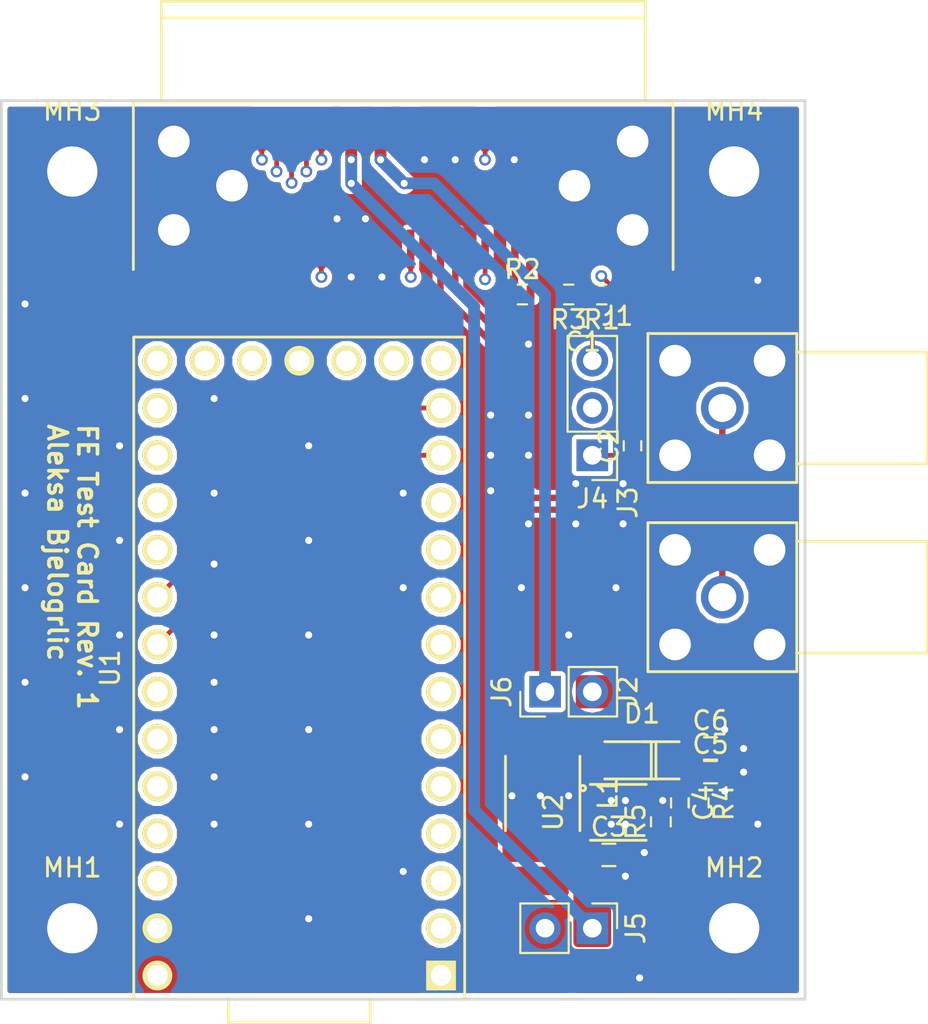
<source format=kicad_pcb>
(kicad_pcb (version 4) (host pcbnew 4.0.7)
  (layers (0 F.Cu signal) (1 In1.Cu signal hide) (2 In2.Cu signal hide) (31 B.Cu signal hide) (35 F.Paste user) (36 B.SilkS user) (37 F.SilkS user) (38 B.Mask user) (39 F.Mask user) (44 Edge.Cuts user))
  (net 0 "")
  (net 1 /AUX_VCM)
  (net 2 GND)
  (net 3 /TEENSY_DAC)
  (net 4 +5VD)
  (net 5 "Net-(C4-Pad1)")
  (net 6 "Net-(C4-Pad2)")
  (net 7 "Net-(D1-Pad2)")
  (net 8 /TRIMDAC_SCL)
  (net 9 /TRIMDAC_SDA)
  (net 10 /~PGA_CS)
  (net 11 /PGA_SDIO)
  (net 12 /PGA_SCLK)
  (net 13 /PGA_VCM)
  (net 14 /PGA_OUT-)
  (net 15 /PGA_OUT+)
  (net 16 /AUX_OUT+)
  (net 17 /AUX_OUT-)
  (net 18 +5VA)
  (net 19 +5V5)
  (net 20 /CHANNEL_EN)
  (net 21 /-20dB_EN)
  (net 22 /-40dB_EN)
  (net 23 /TERM_EN)
  (net 24 /DC_CPL_EN)
  (net 25 "Net-(J5-Pad2)")
  (module 6-WSON (layer F.Cu) (at 142.367 106.045 270)
    (fp_text reference U2 (at 0 3.5 270) (layer F.SilkS))
    (fp_text value LMR62421)
    (pad 1 smd rect (at -0.95 1.4 270) (size 0.35 0.6) (layers F.Cu F.Paste F.Mask) (net 2 GND))
    (pad 2 smd rect (at 0 1.4 270) (size 0.35 0.6) (layers F.Cu F.Paste F.Mask) (net 4 +5VD))
    (pad 3 smd rect (at 0.95 1.4 270) (size 0.35 0.6) (layers F.Cu F.Paste F.Mask) (net 4 +5VD))
    (pad 4 smd rect (at 0.95 -1.4 270) (size 0.35 0.6) (layers F.Cu F.Paste F.Mask) (net 6 "Net-(C4-Pad2)"))
    (pad 5 smd rect (at 0 -1.4 270) (size 0.35 0.6) (layers F.Cu F.Paste F.Mask) (net 2 GND))
    (pad 6 smd rect (at -0.95 -1.4 270) (size 0.35 0.6) (layers F.Cu F.Paste F.Mask) (net 7 "Net-(D1-Pad2)"))
    (pad 7 smd rect (at 0 0 270) (size 2.1 1.6) (layers F.Cu F.Mask) (net 2 GND))
  )
  (module Capacitors_SMD:C_0402 (layer F.Cu) (at 140.462 79.502 180)
    (fp_text reference C1 (at 0 -1.27 180) (layer F.SilkS))
    (fp_text value 1uF)
    (pad 1 smd rect (at -0.55 0 180) (size 0.6 0.5) (layers F.Cu F.Paste F.Mask) (net 1 /AUX_VCM))
    (pad 2 smd rect (at 0.55 0 180) (size 0.6 0.5) (layers F.Cu F.Paste F.Mask) (net 2 GND))
  )
  (module Capacitors_SMD:C_0402 (layer F.Cu) (at 143.129 86.36 90)
    (fp_text reference C2 (at 0 -1.27 90) (layer F.SilkS))
    (fp_text value 1uF)
    (pad 1 smd rect (at -0.55 0 90) (size 0.6 0.5) (layers F.Cu F.Paste F.Mask) (net 3 /TEENSY_DAC))
    (pad 2 smd rect (at 0.55 0 90) (size 0.6 0.5) (layers F.Cu F.Paste F.Mask) (net 2 GND))
  )
  (module Capacitors_SMD:C_0603 (layer F.Cu) (at 141.859 108.331)
    (fp_text reference C3 (at 0 -1.5) (layer F.SilkS))
    (fp_text value 10uF)
    (pad 2 smd rect (at 0.75 0) (size 0.8 0.75) (layers F.Cu F.Paste F.Mask) (net 2 GND))
    (pad 1 smd rect (at -0.75 0) (size 0.8 0.75) (layers F.Cu F.Paste F.Mask) (net 4 +5VD))
  )
  (module Capacitors_SMD:C_0402 (layer F.Cu) (at 145.669 105.537 270)
    (fp_text reference C4 (at 0 -1.27 270) (layer F.SilkS))
    (fp_text value 680pF)
    (pad 1 smd rect (at -0.55 0 270) (size 0.6 0.5) (layers F.Cu F.Paste F.Mask) (net 5 "Net-(C4-Pad1)"))
    (pad 2 smd rect (at 0.55 0 270) (size 0.6 0.5) (layers F.Cu F.Paste F.Mask) (net 6 "Net-(C4-Pad2)"))
  )
  (module Capacitors_SMD:C_0603 (layer F.Cu) (at 147.32 103.886)
    (fp_text reference C5 (at 0 -1.5) (layer F.SilkS))
    (fp_text value 10uF)
    (pad 2 smd rect (at 0.75 0) (size 0.8 0.75) (layers F.Cu F.Paste F.Mask) (net 2 GND))
    (pad 1 smd rect (at -0.75 0) (size 0.8 0.75) (layers F.Cu F.Paste F.Mask) (net 5 "Net-(C4-Pad1)"))
  )
  (module Capacitors_SMD:C_0603 (layer F.Cu) (at 147.32 102.616)
    (fp_text reference C6 (at 0 -1.5) (layer F.SilkS))
    (fp_text value 10uF)
    (pad 2 smd rect (at 0.75 0) (size 0.8 0.75) (layers F.Cu F.Paste F.Mask) (net 2 GND))
    (pad 1 smd rect (at -0.75 0) (size 0.8 0.75) (layers F.Cu F.Paste F.Mask) (net 5 "Net-(C4-Pad1)"))
  )
  (module DSO:SOD-123H (layer F.Cu) (at 143.637 103.251 180)
    (fp_text reference D1 (at 0 2.5 180) (layer F.SilkS))
    (fp_text value D_Schottky)
    (pad 1 smd rect (at -1.5 0 180) (size 1.3 1.8) (layers F.Cu F.Paste F.Mask) (net 5 "Net-(C4-Pad1)"))
    (pad 2 smd rect (at 1.5 0 180) (size 1.3 1.8) (layers F.Cu F.Paste F.Mask) (net 7 "Net-(D1-Pad2)"))
  )
  (module DSO:FX18-40P-0.8SH (layer F.Cu) (at 130.81 72.39)
    (fp_text reference J1 (at 11.5 7) (layer F.SilkS))
    (fp_text value FX18-40P-0.8SH)
    (pad 21 smd rect (at 7.6 -2.9) (size 0.4 2.1) (layers F.Cu F.Paste F.Mask) (net 2 GND))
    (pad SHLD thru_hole oval (at 9.2 0) (size 2.2 2.2) (drill 1.7) (layers *.Cu *.Mask) (net 2 GND))
    (pad SHLD thru_hole oval (at -9.2 0) (size 2.2 2.2) (drill 1.7) (layers *.Cu *.Mask) (net 2 GND))
    (pad SHLD thru_hole oval (at -12.325 2.375) (size 2.2 2.2) (drill 1.7) (layers *.Cu *.Mask) (net 2 GND))
    (pad SHLD thru_hole oval (at -12.325 -2.375) (size 2.2 2.2) (drill 1.7) (layers *.Cu *.Mask) (net 2 GND))
    (pad SHLD thru_hole oval (at 12.325 -2.375) (size 2.2 2.2) (drill 1.7) (layers *.Cu *.Mask) (net 2 GND))
    (pad SHLD thru_hole oval (at 12.325 2.375) (size 2.2 2.2) (drill 1.7) (layers *.Cu *.Mask) (net 2 GND))
    (pad 1 smd rect (at -7.6 3.425) (size 0.4 2.1) (layers F.Cu F.Paste F.Mask) (net 8 /TRIMDAC_SCL))
    (pad 2 smd rect (at -6.8 3.4) (size 0.4 2.1) (layers F.Cu F.Paste F.Mask) (net 9 /TRIMDAC_SDA))
    (pad 3 smd rect (at -6 3.4) (size 0.4 2.1) (layers F.Cu F.Paste F.Mask) (net 10 /~PGA_CS))
    (pad 4 smd rect (at -5.2 3.4) (size 0.4 2.1) (layers F.Cu F.Paste F.Mask) (net 11 /PGA_SDIO))
    (pad 5 smd rect (at -4.4 3.4) (size 0.4 2.1) (layers F.Cu F.Paste F.Mask) (net 12 /PGA_SCLK))
    (pad 6 smd rect (at -3.6 3.4) (size 0.4 2.1) (layers F.Cu F.Paste F.Mask) (net 2 GND))
    (pad 7 smd rect (at -2.8 3.4) (size 0.4 2.1) (layers F.Cu F.Paste F.Mask) (net 2 GND))
    (pad 8 smd rect (at -2 3.4) (size 0.4 2.1) (layers F.Cu F.Paste F.Mask) (net 2 GND))
    (pad 9 smd rect (at -1.2 3.4) (size 0.4 2.1) (layers F.Cu F.Paste F.Mask) (net 2 GND))
    (pad 10 smd rect (at -0.4 3.4) (size 0.4 2.1) (layers F.Cu F.Paste F.Mask) (net 2 GND))
    (pad 11 smd rect (at 0.4 3.4) (size 0.4 2.1) (layers F.Cu F.Paste F.Mask) (net 13 /PGA_VCM))
    (pad 12 smd rect (at 1.2 3.4) (size 0.4 2.1) (layers F.Cu F.Paste F.Mask) (net 2 GND))
    (pad 13 smd rect (at 2 3.4) (size 0.4 2.1) (layers F.Cu F.Paste F.Mask) (net 14 /PGA_OUT-))
    (pad 14 smd rect (at 2.8 3.4) (size 0.4 2.1) (layers F.Cu F.Paste F.Mask) (net 15 /PGA_OUT+))
    (pad 15 smd rect (at 3.6 3.4) (size 0.4 2.1) (layers F.Cu F.Paste F.Mask) (net 2 GND))
    (pad 16 smd rect (at 4.4 3.4) (size 0.4 2.1) (layers F.Cu F.Paste F.Mask) (net 1 /AUX_VCM))
    (pad 17 smd rect (at 5.2 3.4) (size 0.4 2.1) (layers F.Cu F.Paste F.Mask) (net 2 GND))
    (pad 18 smd rect (at 6 3.4) (size 0.4 2.1) (layers F.Cu F.Paste F.Mask) (net 16 /AUX_OUT+))
    (pad 19 smd rect (at 6.8 3.4) (size 0.4 2.1) (layers F.Cu F.Paste F.Mask) (net 17 /AUX_OUT-))
    (pad 20 smd rect (at 7.6 3.4) (size 0.4 2.1) (layers F.Cu F.Paste F.Mask) (net 2 GND))
    (pad 22 smd rect (at 6.8 -2.9) (size 0.4 2.1) (layers F.Cu F.Paste F.Mask) (net 2 GND))
    (pad 23 smd rect (at 6 -2.9) (size 0.4 2.1) (layers F.Cu F.Paste F.Mask) (net 2 GND))
    (pad 24 smd rect (at 5.2 -2.9) (size 0.4 2.1) (layers F.Cu F.Paste F.Mask) (net 2 GND))
    (pad 25 smd rect (at 4.4 -2.9) (size 0.4 2.1) (layers F.Cu F.Paste F.Mask) (net 18 +5VA))
    (pad 26 smd rect (at 3.6 -2.9) (size 0.4 2.1) (layers F.Cu F.Paste F.Mask) (net 2 GND))
    (pad 27 smd rect (at 2.8 -2.9) (size 0.4 2.1) (layers F.Cu F.Paste F.Mask) (net 2 GND))
    (pad 28 smd rect (at 2 -2.9) (size 0.4 2.1) (layers F.Cu F.Paste F.Mask) (net 2 GND))
    (pad 29 smd rect (at 1.2 -2.9) (size 0.4 2.1) (layers F.Cu F.Paste F.Mask) (net 2 GND))
    (pad 30 smd rect (at 0.4 -2.9) (size 0.4 2.1) (layers F.Cu F.Paste F.Mask))
    (pad 31 smd rect (at -0.4 -2.9) (size 0.4 2.1) (layers F.Cu F.Paste F.Mask) (net 2 GND))
    (pad 32 smd rect (at -1.2 -2.9) (size 0.4 2.1) (layers F.Cu F.Paste F.Mask) (net 19 +5V5))
    (pad 33 smd rect (at -2 -2.9) (size 0.4 2.1) (layers F.Cu F.Paste F.Mask) (net 2 GND))
    (pad 34 smd rect (at -2.8 -2.9) (size 0.4 2.1) (layers F.Cu F.Paste F.Mask) (net 4 +5VD))
    (pad 35 smd rect (at -3.6 -2.9) (size 0.4 2.1) (layers F.Cu F.Paste F.Mask) (net 2 GND))
    (pad 36 smd rect (at -4.4 -2.9) (size 0.4 2.1) (layers F.Cu F.Paste F.Mask) (net 24 /DC_CPL_EN))
    (pad 37 smd rect (at -5.2 -2.9) (size 0.4 2.1) (layers F.Cu F.Paste F.Mask) (net 23 /TERM_EN))
    (pad 38 smd rect (at -6 -2.9) (size 0.4 2.1) (layers F.Cu F.Paste F.Mask) (net 22 /-40dB_EN))
    (pad 39 smd rect (at -6.8 -2.9) (size 0.4 2.1) (layers F.Cu F.Paste F.Mask) (net 21 /-20dB_EN))
    (pad 40 smd rect (at -7.6 -2.9) (size 0.4 2.1) (layers F.Cu F.Paste F.Mask) (net 20 /CHANNEL_EN))
  )
  (module DSO:SMA (layer F.Cu) (at 147.955 94.488 270)
    (fp_text reference J2 (at 5.08 5.08 270) (layer F.SilkS))
    (fp_text value Conn_Coaxial)
    (pad 2 thru_hole circle (at -2.54 2.54 270) (size 2.6 2.6) (drill 1.7) (layers *.Cu *.Mask) (net 2 GND))
    (pad 2 thru_hole circle (at 2.54 2.54 270) (size 2.6 2.6) (drill 1.7) (layers *.Cu *.Mask) (net 2 GND))
    (pad 2 thru_hole circle (at 2.54 -2.54 270) (size 2.6 2.6) (drill 1.7) (layers *.Cu *.Mask) (net 2 GND))
    (pad 1 thru_hole circle (at 0 0 270) (size 2.3 2.3) (drill 1.5) (layers *.Cu *.Mask) (net 14 /PGA_OUT-))
    (pad 2 thru_hole circle (at -2.54 -2.54 270) (size 2.6 2.6) (drill 1.7) (layers *.Cu *.Mask) (net 2 GND))
  )
  (module DSO:SMA (layer F.Cu) (at 147.955 84.328 270)
    (fp_text reference J3 (at 5.08 5.08 270) (layer F.SilkS))
    (fp_text value Conn_Coaxial)
    (pad 2 thru_hole circle (at -2.54 2.54 270) (size 2.6 2.6) (drill 1.7) (layers *.Cu *.Mask) (net 2 GND))
    (pad 2 thru_hole circle (at 2.54 2.54 270) (size 2.6 2.6) (drill 1.7) (layers *.Cu *.Mask) (net 2 GND))
    (pad 2 thru_hole circle (at 2.54 -2.54 270) (size 2.6 2.6) (drill 1.7) (layers *.Cu *.Mask) (net 2 GND))
    (pad 1 thru_hole circle (at 0 0 270) (size 2.3 2.3) (drill 1.5) (layers *.Cu *.Mask) (net 15 /PGA_OUT+))
    (pad 2 thru_hole circle (at -2.54 -2.54 270) (size 2.6 2.6) (drill 1.7) (layers *.Cu *.Mask) (net 2 GND))
  )
  (module Pin_Headers:Pin_Header_Straight_1x03_Pitch2.54mm (layer F.Cu) (at 140.97 86.868 180)
    (fp_text reference J4 (at 0 -2.33 180) (layer F.SilkS))
    (fp_text value Conn_01x03)
    (pad 1 thru_hole rect (at 0 0 180) (size 1.7 1.7) (drill 1) (layers *.Cu *.Mask) (net 3 /TEENSY_DAC))
    (pad 2 thru_hole oval (at 0 2.54 180) (size 1.7 1.7) (drill 1) (layers *.Cu *.Mask) (net 13 /PGA_VCM))
    (pad 3 thru_hole oval (at 0 5.08 180) (size 1.7 1.7) (drill 1) (layers *.Cu *.Mask) (net 1 /AUX_VCM))
  )
  (module Pin_Headers:Pin_Header_Straight_1x02_Pitch2.54mm (layer F.Cu) (at 140.97 112.268 270)
    (fp_text reference J5 (at 0 -2.33 270) (layer F.SilkS))
    (fp_text value Conn_01x02)
    (pad 1 thru_hole rect (at 0 0 270) (size 1.7 1.7) (drill 1) (layers *.Cu *.Mask) (net 4 +5VD))
    (pad 2 thru_hole oval (at 0 2.54 270) (size 1.7 1.7) (drill 1) (layers *.Cu *.Mask) (net 25 "Net-(J5-Pad2)"))
  )
  (module Pin_Headers:Pin_Header_Straight_1x02_Pitch2.54mm (layer F.Cu) (at 138.43 99.568 90)
    (fp_text reference J6 (at 0 -2.33 90) (layer F.SilkS))
    (fp_text value Conn_01x02)
    (pad 1 thru_hole rect (at 0 0 90) (size 1.7 1.7) (drill 1) (layers *.Cu *.Mask) (net 19 +5V5))
    (pad 2 thru_hole oval (at 0 2.54 90) (size 1.7 1.7) (drill 1) (layers *.Cu *.Mask) (net 5 "Net-(C4-Pad1)"))
  )
  (module DSO:WE-LQS (layer F.Cu) (at 138.303 105.029 90)
    (fp_text reference L1 (at 0 3.5 90) (layer F.SilkS))
    (fp_text value 2.2uH)
    (pad 2 smd rect (at 1.525 0 90) (size 1.5 3.6) (layers F.Cu F.Paste F.Mask) (net 7 "Net-(D1-Pad2)"))
    (pad 1 smd rect (at -1.525 0 90) (size 1.5 3.6) (layers F.Cu F.Paste F.Mask) (net 4 +5VD))
  )
  (module Resistors_SMD:R_0402 (layer F.Cu) (at 141.478 78.232 180)
    (fp_text reference R1 (at 0 -1.35 180) (layer F.SilkS))
    (fp_text value 3k)
    (pad 1 smd rect (at -0.45 0 180) (size 0.4 0.6) (layers F.Cu F.Paste F.Mask) (net 18 +5VA))
    (pad 2 smd rect (at 0.45 0 180) (size 0.4 0.6) (layers F.Cu F.Paste F.Mask) (net 1 /AUX_VCM))
  )
  (module Resistors_SMD:R_0402 (layer F.Cu) (at 137.2108 78.232)
    (fp_text reference R2 (at 0 -1.35) (layer F.SilkS))
    (fp_text value 100)
    (pad 1 smd rect (at -0.45 0) (size 0.4 0.6) (layers F.Cu F.Paste F.Mask) (net 16 /AUX_OUT+))
    (pad 2 smd rect (at 0.45 0) (size 0.4 0.6) (layers F.Cu F.Paste F.Mask) (net 17 /AUX_OUT-))
  )
  (module Resistors_SMD:R_0402 (layer F.Cu) (at 139.7 78.232 180)
    (fp_text reference R3 (at 0 -1.35 180) (layer F.SilkS))
    (fp_text value 1k)
    (pad 1 smd rect (at -0.45 0 180) (size 0.4 0.6) (layers F.Cu F.Paste F.Mask) (net 1 /AUX_VCM))
    (pad 2 smd rect (at 0.45 0 180) (size 0.4 0.6) (layers F.Cu F.Paste F.Mask) (net 2 GND))
  )
  (module Resistors_SMD:R_0402 (layer F.Cu) (at 146.685 105.537 270)
    (fp_text reference R4 (at 0 -1.35 270) (layer F.SilkS))
    (fp_text value 33.2k)
    (pad 1 smd rect (at -0.45 0 270) (size 0.4 0.6) (layers F.Cu F.Paste F.Mask) (net 5 "Net-(C4-Pad1)"))
    (pad 2 smd rect (at 0.45 0 270) (size 0.4 0.6) (layers F.Cu F.Paste F.Mask) (net 6 "Net-(C4-Pad2)"))
  )
  (module Resistors_SMD:R_0402 (layer F.Cu) (at 144.653 106.553 90)
    (fp_text reference R5 (at 0 -1.35 90) (layer F.SilkS))
    (fp_text value 10k)
    (pad 1 smd rect (at -0.45 0 90) (size 0.4 0.6) (layers F.Cu F.Paste F.Mask) (net 6 "Net-(C4-Pad2)"))
    (pad 2 smd rect (at 0.45 0 90) (size 0.4 0.6) (layers F.Cu F.Paste F.Mask) (net 2 GND))
  )
  (module DSO:Teensy3.2 (layer F.Cu) (at 125.222 98.298 90)
    (fp_text reference U1 (at 0 -10.16 90) (layer F.SilkS))
    (fp_text value Teensy3.2)
    (pad 17 thru_hole circle (at 16.51 0 90) (size 1.6 1.6) (drill 1.1) (layers *.Cu *.Mask F.SilkS) (net 2 GND))
    (pad 18 thru_hole circle (at 16.51 -2.54 90) (size 1.6 1.6) (drill 1.1) (layers *.Cu *.Mask F.SilkS))
    (pad 19 thru_hole circle (at 16.51 -5.08 90) (size 1.6 1.6) (drill 1.1) (layers *.Cu *.Mask F.SilkS) (net 3 /TEENSY_DAC))
    (pad 20 thru_hole circle (at 16.51 -7.62 90) (size 1.6 1.6) (drill 1.1) (layers *.Cu *.Mask F.SilkS) (net 12 /PGA_SCLK))
    (pad 16 thru_hole circle (at 16.51 2.54 90) (size 1.6 1.6) (drill 1.1) (layers *.Cu *.Mask F.SilkS))
    (pad 15 thru_hole circle (at 16.51 5.08 90) (size 1.6 1.6) (drill 1.1) (layers *.Cu *.Mask F.SilkS))
    (pad 14 thru_hole circle (at 16.51 7.62 90) (size 1.6 1.6) (drill 1.1) (layers *.Cu *.Mask F.SilkS))
    (pad 21 thru_hole circle (at 13.97 -7.62 90) (size 1.6 1.6) (drill 1.1) (layers *.Cu *.Mask F.SilkS))
    (pad 22 thru_hole circle (at 11.43 -7.62 90) (size 1.6 1.6) (drill 1.1) (layers *.Cu *.Mask F.SilkS))
    (pad 23 thru_hole circle (at 8.89 -7.62 90) (size 1.6 1.6) (drill 1.1) (layers *.Cu *.Mask F.SilkS))
    (pad 24 thru_hole circle (at 6.35 -7.62 90) (size 1.6 1.6) (drill 1.1) (layers *.Cu *.Mask F.SilkS))
    (pad 25 thru_hole circle (at 3.81 -7.62 90) (size 1.6 1.6) (drill 1.1) (layers *.Cu *.Mask F.SilkS) (net 9 /TRIMDAC_SDA))
    (pad 26 thru_hole circle (at 1.27 -7.62 90) (size 1.6 1.6) (drill 1.1) (layers *.Cu *.Mask F.SilkS) (net 8 /TRIMDAC_SCL))
    (pad 27 thru_hole circle (at -1.27 -7.62 90) (size 1.6 1.6) (drill 1.1) (layers *.Cu *.Mask F.SilkS))
    (pad 28 thru_hole circle (at -3.81 -7.62 90) (size 1.6 1.6) (drill 1.1) (layers *.Cu *.Mask F.SilkS))
    (pad 29 thru_hole circle (at -6.35 -7.62 90) (size 1.6 1.6) (drill 1.1) (layers *.Cu *.Mask F.SilkS))
    (pad 30 thru_hole circle (at -8.89 -7.62 90) (size 1.6 1.6) (drill 1.1) (layers *.Cu *.Mask F.SilkS))
    (pad 31 thru_hole circle (at -11.43 -7.62 90) (size 1.6 1.6) (drill 1.1) (layers *.Cu *.Mask F.SilkS))
    (pad 32 thru_hole circle (at -13.97 -7.62 90) (size 1.6 1.6) (drill 1.1) (layers *.Cu *.Mask F.SilkS) (net 2 GND))
    (pad 33 thru_hole circle (at -16.51 -7.62 90) (size 1.6 1.6) (drill 1.1) (layers *.Cu *.Mask F.SilkS) (net 25 "Net-(J5-Pad2)"))
    (pad 13 thru_hole circle (at 13.97 7.62 90) (size 1.6 1.6) (drill 1.1) (layers *.Cu *.Mask F.SilkS) (net 11 /PGA_SDIO))
    (pad 12 thru_hole circle (at 11.43 7.62 90) (size 1.6 1.6) (drill 1.1) (layers *.Cu *.Mask F.SilkS) (net 10 /~PGA_CS))
    (pad 11 thru_hole circle (at 8.89 7.62 90) (size 1.6 1.6) (drill 1.1) (layers *.Cu *.Mask F.SilkS))
    (pad 10 thru_hole circle (at 6.35 7.62 90) (size 1.6 1.6) (drill 1.1) (layers *.Cu *.Mask F.SilkS))
    (pad 9 thru_hole circle (at 3.81 7.62 90) (size 1.6 1.6) (drill 1.1) (layers *.Cu *.Mask F.SilkS))
    (pad 8 thru_hole circle (at 1.27 7.62 90) (size 1.6 1.6) (drill 1.1) (layers *.Cu *.Mask F.SilkS) (net 24 /DC_CPL_EN))
    (pad 7 thru_hole circle (at -1.27 7.62 90) (size 1.6 1.6) (drill 1.1) (layers *.Cu *.Mask F.SilkS) (net 23 /TERM_EN))
    (pad 6 thru_hole circle (at -3.81 7.62 90) (size 1.6 1.6) (drill 1.1) (layers *.Cu *.Mask F.SilkS) (net 22 /-40dB_EN))
    (pad 5 thru_hole circle (at -6.35 7.62 90) (size 1.6 1.6) (drill 1.1) (layers *.Cu *.Mask F.SilkS) (net 21 /-20dB_EN))
    (pad 4 thru_hole circle (at -8.89 7.62 90) (size 1.6 1.6) (drill 1.1) (layers *.Cu *.Mask F.SilkS) (net 20 /CHANNEL_EN))
    (pad 3 thru_hole circle (at -11.43 7.62 90) (size 1.6 1.6) (drill 1.1) (layers *.Cu *.Mask F.SilkS))
    (pad 2 thru_hole circle (at -13.97 7.62 90) (size 1.6 1.6) (drill 1.1) (layers *.Cu *.Mask F.SilkS))
    (pad 1 thru_hole rect (at -16.51 7.62 90) (size 1.6 1.6) (drill 1.1) (layers *.Cu *.Mask F.SilkS) (net 2 GND))
  )
  (module Mounting_Holes:MountingHole_2.7mm_M2.5_ISO14580_Pad (layer F.Cu) (at 113.03 112.268)
    (fp_text reference MH1 (at 0 -3.25) (layer F.SilkS))
    (fp_text value "Mounting Hole")
    (pad 1 thru_hole circle (at 0 0) (size 4.5 4.5) (drill 2.7) (layers *.Cu *.Mask) (net 2 GND))
  )
  (module Mounting_Holes:MountingHole_2.7mm_M2.5_ISO14580_Pad (layer F.Cu) (at 148.59 112.268)
    (fp_text reference MH2 (at 0 -3.25) (layer F.SilkS))
    (fp_text value "Mounting Hole")
    (pad 1 thru_hole circle (at 0 0) (size 4.5 4.5) (drill 2.7) (layers *.Cu *.Mask) (net 2 GND))
  )
  (module Mounting_Holes:MountingHole_2.7mm_M2.5_ISO14580_Pad (layer F.Cu) (at 113.03 71.628)
    (fp_text reference MH3 (at 0 -3.25) (layer F.SilkS))
    (fp_text value "Mounting Hole")
    (pad 1 thru_hole circle (at 0 0) (size 4.5 4.5) (drill 2.7) (layers *.Cu *.Mask) (net 2 GND))
  )
  (module Mounting_Holes:MountingHole_2.7mm_M2.5_ISO14580_Pad (layer F.Cu) (at 148.59 71.628)
    (fp_text reference MH4 (at 0 -3.25) (layer F.SilkS))
    (fp_text value "Mounting Hole")
    (pad 1 thru_hole circle (at 0 0) (size 4.5 4.5) (drill 2.7) (layers *.Cu *.Mask) (net 2 GND))
  )
  (gr_text "FE Test Card Rev. 1\nAleksa Bjelogrlic" (at 113.03 85.09 270) (layer F.SilkS) (effects (font (size 1 1) (thickness 0.2)) (justify left)))
  (gr_line (start 109.22 115.57) (end 109.22 116.078) (angle 90) (layer Edge.Cuts) (width 0.15))
  (gr_line (start 152.4 116.078) (end 148.59 116.078) (angle 90) (layer Edge.Cuts) (width 0.15))
  (gr_line (start 152.4 115.57) (end 152.4 116.078) (angle 90) (layer Edge.Cuts) (width 0.15))
  (gr_line (start 152.4 115.57) (end 152.4 67.818) (angle 90) (layer Edge.Cuts) (width 0.15))
  (gr_line (start 109.22 115.57) (end 109.22 67.818) (angle 90) (layer Edge.Cuts) (width 0.15))
  (gr_line (start 113.03 116.078) (end 109.22 116.078) (angle 90) (layer Edge.Cuts) (width 0.15))
  (gr_line (start 113.03 67.818) (end 109.22 67.818) (angle 90) (layer Edge.Cuts) (width 0.15))
  (gr_line (start 148.59 67.818) (end 152.4 67.818) (angle 90) (layer Edge.Cuts) (width 0.15))
  (gr_line (start 113.03 67.818) (end 148.59 67.818) (angle 90) (layer Edge.Cuts) (width 0.15))
  (gr_line (start 113.03 116.078) (end 148.59 116.078) (angle 90) (layer Edge.Cuts) (width 0.15))
  (segment (start 135.21 77.4134) (end 135.2042 77.4192) (width 0.254) (layer F.Cu) (net 1))
  (via (at 135.2042 77.4192) (size 0.635) (drill 0.381) (layers F.Cu B.Cu) (net 1))
  (segment (start 135.21 77.4134) (end 135.21 75.79) (width 0.254) (layer F.Cu) (net 1))
  (segment (start 141.012 79.502) (end 140.9954 79.502) (width 0.254) (layer F.Cu) (net 1))
  (segment (start 140.9954 79.502) (end 140.97 79.5274) (width 0.254) (layer F.Cu) (net 1))
  (segment (start 140.97 79.5274) (end 140.97 78.2574) (width 0.254) (layer F.Cu) (net 1))
  (segment (start 140.97 78.2574) (end 141.028 78.232) (width 0.254) (layer F.Cu) (net 1))
  (segment (start 140.97 81.788) (end 140.97 79.5274) (width 0.254) (layer F.Cu) (net 1))
  (segment (start 140.97 79.5274) (end 141.012 79.502) (width 0.254) (layer F.Cu) (net 1))
  (segment (start 140.15 78.232) (end 141.0208 78.232) (width 0.254) (layer F.Cu) (net 1))
  (segment (start 141.0208 78.232) (end 141.028 78.232) (width 0.254) (layer F.Cu) (net 1))
  (segment (start 148.59 112.268) (end 148.59 107.95) (width 0.254) (layer F.Cu) (net 2))
  (via (at 149.86 106.68) (size 0.635) (drill 0.381) (layers F.Cu B.Cu) (net 2))
  (segment (start 148.59 107.95) (end 149.86 106.68) (width 0.254) (layer F.Cu) (net 2))
  (segment (start 125.222 81.788) (end 125.222 83.312) (width 0.254) (layer F.Cu) (net 2))
  (via (at 130.81 109.22) (size 0.635) (drill 0.381) (layers F.Cu B.Cu) (net 2))
  (segment (start 130.81 93.98) (end 130.81 109.22) (width 0.254) (layer F.Cu) (net 2))
  (via (at 130.81 93.98) (size 0.635) (drill 0.381) (layers F.Cu B.Cu) (net 2))
  (segment (start 130.81 88.9) (end 130.81 93.98) (width 0.254) (layer F.Cu) (net 2))
  (via (at 130.81 88.9) (size 0.635) (drill 0.381) (layers F.Cu B.Cu) (net 2))
  (segment (start 125.222 83.312) (end 130.81 88.9) (width 0.254) (layer F.Cu) (net 2))
  (segment (start 145.415 91.948) (end 144.272 91.948) (width 0.254) (layer F.Cu) (net 2))
  (segment (start 144.272 91.948) (end 142.24 93.98) (width 0.254) (layer F.Cu) (net 2))
  (via (at 139.7 96.52) (size 0.635) (drill 0.381) (layers F.Cu B.Cu) (net 2))
  (segment (start 137.16 93.98) (end 139.7 96.52) (width 0.254) (layer F.Cu) (net 2))
  (via (at 137.16 93.98) (size 0.635) (drill 0.381) (layers F.Cu B.Cu) (net 2))
  (segment (start 142.24 93.98) (end 137.16 93.98) (width 0.254) (layer F.Cu) (net 2))
  (via (at 142.24 93.98) (size 0.635) (drill 0.381) (layers F.Cu B.Cu) (net 2))
  (segment (start 145.415 86.868) (end 144.145 86.868) (width 0.254) (layer F.Cu) (net 2))
  (segment (start 144.145 86.868) (end 142.621 88.392) (width 0.254) (layer F.Cu) (net 2))
  (via (at 142.621 88.392) (size 0.635) (drill 0.381) (layers F.Cu B.Cu) (net 2))
  (segment (start 142.621 88.392) (end 140.081 88.392) (width 0.254) (layer F.Cu) (net 2))
  (via (at 140.081 88.392) (size 0.635) (drill 0.381) (layers F.Cu B.Cu) (net 2))
  (segment (start 140.081 88.392) (end 138.303 88.392) (width 0.254) (layer F.Cu) (net 2))
  (segment (start 138.303 88.392) (end 138.43 88.392) (width 0.254) (layer F.Cu) (net 2))
  (segment (start 137.668 90.551) (end 137.287 90.551) (width 0.254) (layer F.Cu) (net 2))
  (via (at 137.541 90.551) (size 0.635) (drill 0.381) (layers F.Cu B.Cu) (net 2))
  (via (at 135.509 84.709) (size 0.635) (drill 0.381) (layers F.Cu B.Cu) (net 2))
  (segment (start 135.509 86.868) (end 135.509 84.709) (width 0.254) (layer F.Cu) (net 2))
  (via (at 135.509 86.868) (size 0.635) (drill 0.381) (layers F.Cu B.Cu) (net 2))
  (segment (start 135.509 88.773) (end 135.509 86.868) (width 0.254) (layer F.Cu) (net 2))
  (via (at 135.509 88.773) (size 0.635) (drill 0.381) (layers F.Cu B.Cu) (net 2))
  (segment (start 136.398 89.662) (end 135.509 88.773) (width 0.254) (layer F.Cu) (net 2))
  (segment (start 137.287 90.551) (end 136.398 89.662) (width 0.254) (layer F.Cu) (net 2))
  (segment (start 137.541 90.551) (end 137.668 90.551) (width 0.254) (layer F.Cu) (net 2))
  (segment (start 137.668 90.551) (end 140.081 90.551) (width 0.254) (layer F.Cu) (net 2))
  (segment (start 138.811 91.948) (end 137.541 90.551) (width 0.254) (layer F.Cu) (net 2))
  (segment (start 145.415 91.948) (end 138.811 91.948) (width 0.254) (layer F.Cu) (net 2))
  (via (at 142.621 90.551) (size 0.635) (drill 0.381) (layers F.Cu B.Cu) (net 2))
  (segment (start 140.081 90.551) (end 142.621 90.551) (width 0.254) (layer F.Cu) (net 2))
  (via (at 140.081 90.551) (size 0.635) (drill 0.381) (layers F.Cu B.Cu) (net 2))
  (segment (start 136.01 75.79) (end 136.01 78.352) (width 0.254) (layer F.Cu) (net 2))
  (segment (start 137.541 86.868) (end 137.541 86.995) (width 0.254) (layer F.Cu) (net 2))
  (via (at 137.541 86.868) (size 0.635) (drill 0.381) (layers F.Cu B.Cu) (net 2))
  (segment (start 137.541 84.709) (end 137.541 86.868) (width 0.254) (layer F.Cu) (net 2))
  (via (at 137.541 84.709) (size 0.635) (drill 0.381) (layers F.Cu B.Cu) (net 2))
  (segment (start 137.541 80.899) (end 137.541 84.709) (width 0.254) (layer F.Cu) (net 2))
  (via (at 137.541 80.899) (size 0.635) (drill 0.381) (layers F.Cu B.Cu) (net 2))
  (segment (start 137.541 79.883) (end 137.541 80.899) (width 0.254) (layer F.Cu) (net 2))
  (segment (start 136.01 78.352) (end 137.541 79.883) (width 0.254) (layer F.Cu) (net 2))
  (segment (start 145.415 91.948) (end 142.748 91.948) (width 0.254) (layer F.Cu) (net 2))
  (segment (start 137.16 91.44) (end 134.62 88.9) (width 0.254) (layer F.Cu) (net 2))
  (segment (start 139.7 91.44) (end 137.16 91.44) (width 0.254) (layer F.Cu) (net 2))
  (segment (start 142.24 91.44) (end 139.7 91.44) (width 0.254) (layer F.Cu) (net 2))
  (segment (start 142.748 91.948) (end 142.24 91.44) (width 0.254) (layer F.Cu) (net 2))
  (segment (start 143.767 106.045) (end 142.621 106.045) (width 0.254) (layer F.Cu) (net 2))
  (segment (start 142.621 106.045) (end 141.986 106.68) (width 0.254) (layer F.Cu) (net 2))
  (via (at 141.986 106.68) (size 0.635) (drill 0.381) (layers F.Cu B.Cu) (net 2))
  (segment (start 141.986 106.68) (end 142.748 106.68) (width 0.254) (layer F.Cu) (net 2))
  (via (at 142.748 106.68) (size 0.635) (drill 0.381) (layers F.Cu B.Cu) (net 2))
  (segment (start 142.748 106.68) (end 142.748 105.41) (width 0.254) (layer F.Cu) (net 2))
  (via (at 142.748 105.41) (size 0.635) (drill 0.381) (layers F.Cu B.Cu) (net 2))
  (segment (start 142.748 105.41) (end 142.367 106.045) (width 0.254) (layer F.Cu) (net 2))
  (segment (start 140.967 105.095) (end 139.761 105.095) (width 0.254) (layer F.Cu) (net 2))
  (via (at 136.652 105.156) (size 0.635) (drill 0.381) (layers F.Cu B.Cu) (net 2))
  (segment (start 138.176 105.156) (end 136.652 105.156) (width 0.254) (layer F.Cu) (net 2))
  (via (at 138.176 105.156) (size 0.635) (drill 0.381) (layers F.Cu B.Cu) (net 2))
  (segment (start 139.7 105.156) (end 138.176 105.156) (width 0.254) (layer F.Cu) (net 2))
  (via (at 139.7 105.156) (size 0.635) (drill 0.381) (layers F.Cu B.Cu) (net 2))
  (segment (start 139.761 105.095) (end 139.7 105.156) (width 0.254) (layer F.Cu) (net 2))
  (segment (start 142.367 106.045) (end 142.367 105.791) (width 0.254) (layer F.Cu) (net 2))
  (segment (start 142.367 105.791) (end 141.986 105.41) (width 0.254) (layer F.Cu) (net 2))
  (via (at 141.986 105.41) (size 0.635) (drill 0.381) (layers F.Cu B.Cu) (net 2))
  (segment (start 141.986 105.41) (end 142.367 106.045) (width 0.254) (layer F.Cu) (net 2))
  (segment (start 142.609 108.331) (end 142.609 109.335) (width 0.254) (layer F.Cu) (net 2))
  (via (at 142.748 109.474) (size 0.635) (drill 0.381) (layers F.Cu B.Cu) (net 2))
  (segment (start 142.609 109.335) (end 142.748 109.474) (width 0.254) (layer F.Cu) (net 2))
  (segment (start 142.609 108.331) (end 143.637 108.331) (width 0.254) (layer F.Cu) (net 2))
  (via (at 143.764 108.204) (size 0.635) (drill 0.381) (layers F.Cu B.Cu) (net 2))
  (segment (start 143.637 108.331) (end 143.764 108.204) (width 0.254) (layer F.Cu) (net 2))
  (segment (start 148.07 102.616) (end 148.07 101.612) (width 0.254) (layer F.Cu) (net 2))
  (segment (start 148.07 101.612) (end 148.082 101.6) (width 0.254) (layer F.Cu) (net 2))
  (via (at 148.082 101.6) (size 0.635) (drill 0.381) (layers F.Cu B.Cu) (net 2))
  (segment (start 148.07 102.616) (end 149.098 102.616) (width 0.254) (layer F.Cu) (net 2))
  (via (at 149.098 102.616) (size 0.635) (drill 0.381) (layers F.Cu B.Cu) (net 2))
  (segment (start 148.07 103.886) (end 149.098 103.886) (width 0.254) (layer F.Cu) (net 2))
  (via (at 149.098 103.886) (size 0.635) (drill 0.381) (layers F.Cu B.Cu) (net 2))
  (segment (start 148.07 103.886) (end 148.07 104.89) (width 0.254) (layer F.Cu) (net 2))
  (segment (start 148.07 104.89) (end 148.082 104.902) (width 0.254) (layer F.Cu) (net 2))
  (via (at 148.082 104.902) (size 0.635) (drill 0.381) (layers F.Cu B.Cu) (net 2))
  (segment (start 150.495 81.788) (end 150.495 78.105) (width 0.254) (layer B.Cu) (net 2))
  (via (at 149.86 77.47) (size 0.635) (drill 0.381) (layers F.Cu B.Cu) (net 2))
  (segment (start 150.495 78.105) (end 149.86 77.47) (width 0.254) (layer B.Cu) (net 2))
  (segment (start 129.61 75.79) (end 129.61 77.2352) (width 0.254) (layer F.Cu) (net 2))
  (via (at 129.667 77.2922) (size 0.635) (drill 0.381) (layers F.Cu B.Cu) (net 2))
  (segment (start 129.61 77.2352) (end 129.667 77.2922) (width 0.254) (layer F.Cu) (net 2))
  (segment (start 128.01 75.79) (end 128.01 77.2862) (width 0.254) (layer F.Cu) (net 2))
  (via (at 128.016 77.2922) (size 0.635) (drill 0.381) (layers F.Cu B.Cu) (net 2))
  (segment (start 128.01 77.2862) (end 128.016 77.2922) (width 0.254) (layer F.Cu) (net 2))
  (segment (start 136.81 69.49) (end 136.81 70.962) (width 0.254) (layer F.Cu) (net 2))
  (via (at 136.779 70.993) (size 0.635) (drill 0.381) (layers F.Cu B.Cu) (net 2))
  (segment (start 136.81 70.962) (end 136.779 70.993) (width 0.254) (layer F.Cu) (net 2))
  (segment (start 133.61 69.49) (end 133.61 70.987) (width 0.254) (layer F.Cu) (net 2))
  (via (at 133.604 70.993) (size 0.635) (drill 0.381) (layers F.Cu B.Cu) (net 2))
  (segment (start 133.61 70.987) (end 133.604 70.993) (width 0.254) (layer F.Cu) (net 2))
  (segment (start 132.01 69.49) (end 132.01 70.936) (width 0.254) (layer F.Cu) (net 2))
  (via (at 131.953 70.993) (size 0.635) (drill 0.381) (layers F.Cu B.Cu) (net 2))
  (segment (start 132.01 70.936) (end 131.953 70.993) (width 0.254) (layer F.Cu) (net 2))
  (segment (start 128.81 75.79) (end 128.81 74.2) (width 0.254) (layer F.Cu) (net 2))
  (via (at 128.778 74.168) (size 0.635) (drill 0.381) (layers F.Cu B.Cu) (net 2))
  (segment (start 128.81 74.2) (end 128.778 74.168) (width 0.254) (layer F.Cu) (net 2))
  (segment (start 127.21 75.79) (end 127.21 74.212) (width 0.254) (layer F.Cu) (net 2))
  (via (at 127.254 74.168) (size 0.635) (drill 0.381) (layers F.Cu B.Cu) (net 2))
  (segment (start 127.21 74.212) (end 127.254 74.168) (width 0.254) (layer F.Cu) (net 2))
  (segment (start 132.842 114.808) (end 132.715 114.935) (width 0.254) (layer F.Cu) (net 2))
  (segment (start 148.59 112.268) (end 146.177 112.268) (width 0.254) (layer F.Cu) (net 2))
  (segment (start 143.51 114.935) (end 138.43 114.935) (width 0.254) (layer B.Cu) (net 2))
  (via (at 143.51 114.935) (size 0.635) (drill 0.381) (layers F.Cu B.Cu) (net 2))
  (segment (start 146.177 112.268) (end 143.51 114.935) (width 0.254) (layer F.Cu) (net 2))
  (segment (start 125.222 81.788) (end 125.222 85.852) (width 0.254) (layer F.Cu) (net 2))
  (via (at 125.73 111.76) (size 0.635) (drill 0.381) (layers F.Cu B.Cu) (net 2))
  (segment (start 125.73 106.68) (end 125.73 111.76) (width 0.254) (layer B.Cu) (net 2))
  (via (at 125.73 106.68) (size 0.635) (drill 0.381) (layers F.Cu B.Cu) (net 2))
  (segment (start 125.73 101.6) (end 125.73 106.68) (width 0.254) (layer F.Cu) (net 2))
  (via (at 125.73 101.6) (size 0.635) (drill 0.381) (layers F.Cu B.Cu) (net 2))
  (segment (start 125.73 96.52) (end 125.73 101.6) (width 0.254) (layer B.Cu) (net 2))
  (via (at 125.73 96.52) (size 0.635) (drill 0.381) (layers F.Cu B.Cu) (net 2))
  (segment (start 125.73 91.44) (end 125.73 96.52) (width 0.254) (layer F.Cu) (net 2))
  (via (at 125.73 91.44) (size 0.635) (drill 0.381) (layers F.Cu B.Cu) (net 2))
  (segment (start 125.73 86.36) (end 125.73 91.44) (width 0.254) (layer B.Cu) (net 2))
  (via (at 125.73 86.36) (size 0.635) (drill 0.381) (layers F.Cu B.Cu) (net 2))
  (segment (start 125.222 85.852) (end 125.73 86.36) (width 0.254) (layer F.Cu) (net 2))
  (segment (start 117.602 112.268) (end 120.65 109.22) (width 0.254) (layer F.Cu) (net 2))
  (via (at 120.65 96.52) (size 0.635) (drill 0.381) (layers F.Cu B.Cu) (net 2))
  (segment (start 120.65 99.06) (end 120.65 96.52) (width 0.254) (layer F.Cu) (net 2))
  (via (at 120.65 99.06) (size 0.635) (drill 0.381) (layers F.Cu B.Cu) (net 2))
  (segment (start 120.65 101.6) (end 120.65 99.06) (width 0.254) (layer B.Cu) (net 2))
  (via (at 120.65 101.6) (size 0.635) (drill 0.381) (layers F.Cu B.Cu) (net 2))
  (segment (start 120.65 104.14) (end 120.65 101.6) (width 0.254) (layer F.Cu) (net 2))
  (via (at 120.65 104.14) (size 0.635) (drill 0.381) (layers F.Cu B.Cu) (net 2))
  (segment (start 120.65 106.68) (end 120.65 104.14) (width 0.254) (layer B.Cu) (net 2))
  (via (at 120.65 106.68) (size 0.635) (drill 0.381) (layers F.Cu B.Cu) (net 2))
  (segment (start 120.65 109.22) (end 120.65 106.68) (width 0.254) (layer F.Cu) (net 2))
  (segment (start 125.222 81.788) (end 125.222 83.058) (width 0.254) (layer B.Cu) (net 2))
  (via (at 120.65 92.71) (size 0.635) (drill 0.381) (layers F.Cu B.Cu) (net 2))
  (segment (start 120.65 88.9) (end 120.65 92.71) (width 0.254) (layer B.Cu) (net 2))
  (via (at 120.65 88.9) (size 0.635) (drill 0.381) (layers F.Cu B.Cu) (net 2))
  (segment (start 120.65 83.82) (end 120.65 88.9) (width 0.254) (layer F.Cu) (net 2))
  (via (at 120.65 83.82) (size 0.635) (drill 0.381) (layers F.Cu B.Cu) (net 2))
  (segment (start 124.46 83.82) (end 120.65 83.82) (width 0.254) (layer B.Cu) (net 2))
  (segment (start 125.222 83.058) (end 124.46 83.82) (width 0.254) (layer B.Cu) (net 2))
  (segment (start 113.03 112.268) (end 113.03 109.22) (width 0.254) (layer F.Cu) (net 2))
  (via (at 115.57 86.36) (size 0.635) (drill 0.381) (layers F.Cu B.Cu) (net 2))
  (segment (start 115.57 91.44) (end 115.57 86.36) (width 0.254) (layer F.Cu) (net 2))
  (via (at 115.57 91.44) (size 0.635) (drill 0.381) (layers F.Cu B.Cu) (net 2))
  (segment (start 115.57 96.52) (end 115.57 91.44) (width 0.254) (layer B.Cu) (net 2))
  (via (at 115.57 96.52) (size 0.635) (drill 0.381) (layers F.Cu B.Cu) (net 2))
  (segment (start 115.57 101.6) (end 115.57 96.52) (width 0.254) (layer F.Cu) (net 2))
  (via (at 115.57 101.6) (size 0.635) (drill 0.381) (layers F.Cu B.Cu) (net 2))
  (segment (start 115.57 106.68) (end 115.57 101.6) (width 0.254) (layer B.Cu) (net 2))
  (via (at 115.57 106.68) (size 0.635) (drill 0.381) (layers F.Cu B.Cu) (net 2))
  (segment (start 113.03 109.22) (end 115.57 106.68) (width 0.254) (layer F.Cu) (net 2))
  (segment (start 113.03 71.628) (end 113.03 76.2) (width 0.254) (layer F.Cu) (net 2))
  (segment (start 110.49 109.22) (end 113.03 111.76) (width 0.254) (layer F.Cu) (net 2))
  (segment (start 110.49 104.14) (end 110.49 109.22) (width 0.254) (layer F.Cu) (net 2))
  (via (at 110.49 104.14) (size 0.635) (drill 0.381) (layers F.Cu B.Cu) (net 2))
  (segment (start 110.49 99.06) (end 110.49 104.14) (width 0.254) (layer B.Cu) (net 2))
  (via (at 110.49 99.06) (size 0.635) (drill 0.381) (layers F.Cu B.Cu) (net 2))
  (segment (start 110.49 93.98) (end 110.49 99.06) (width 0.254) (layer F.Cu) (net 2))
  (via (at 110.49 93.98) (size 0.635) (drill 0.381) (layers F.Cu B.Cu) (net 2))
  (segment (start 110.49 88.9) (end 110.49 93.98) (width 0.254) (layer B.Cu) (net 2))
  (via (at 110.49 88.9) (size 0.635) (drill 0.381) (layers F.Cu B.Cu) (net 2))
  (segment (start 110.49 83.82) (end 110.49 88.9) (width 0.254) (layer F.Cu) (net 2))
  (via (at 110.49 83.82) (size 0.635) (drill 0.381) (layers F.Cu B.Cu) (net 2))
  (segment (start 110.49 78.74) (end 110.49 83.82) (width 0.254) (layer B.Cu) (net 2))
  (via (at 110.49 78.74) (size 0.635) (drill 0.381) (layers F.Cu B.Cu) (net 2))
  (segment (start 113.03 76.2) (end 110.49 78.74) (width 0.254) (layer F.Cu) (net 2))
  (segment (start 113.03 111.76) (end 113.03 112.268) (width 0.254) (layer F.Cu) (net 2))
  (via (at 144.7546 105.41) (size 0.635) (drill 0.381) (layers F.Cu B.Cu) (net 2))
  (segment (start 144.78 106.045) (end 144.7546 105.41) (width 0.254) (layer F.Cu) (net 2))
  (segment (start 144.722 106.103) (end 144.78 106.045) (width 0.254) (layer F.Cu) (net 2))
  (segment (start 144.653 106.103) (end 144.722 106.103) (width 0.254) (layer F.Cu) (net 2))
  (segment (start 140.97 86.868) (end 143.129 86.868) (width 0.254) (layer F.Cu) (net 3))
  (segment (start 143.129 86.868) (end 143.129 86.91) (width 0.254) (layer F.Cu) (net 3))
  (segment (start 128.016 72.263) (end 128.016 69.9516) (width 0.635) (layer F.Cu) (net 4))
  (via (at 128.016 72.263) (size 0.635) (drill 0.381) (layers F.Cu B.Cu) (net 4))
  (segment (start 128.016 69.9516) (end 128.01 69.49) (width 0.635) (layer F.Cu) (net 4))
  (via (at 128.016 70.993) (size 0.635) (drill 0.381) (layers F.Cu B.Cu) (net 4))
  (segment (start 128.016 72.263) (end 128.016 70.993) (width 0.635) (layer B.Cu) (net 4))
  (segment (start 135.509 106.807) (end 140.97 112.268) (width 0.635) (layer B.Cu) (net 4))
  (segment (start 135.509 106.807) (end 134.62 105.918) (width 0.635) (layer B.Cu) (net 4))
  (segment (start 134.62 105.918) (end 134.62 78.867) (width 0.635) (layer B.Cu) (net 4))
  (segment (start 134.62 78.867) (end 128.016 72.263) (width 0.635) (layer B.Cu) (net 4))
  (segment (start 128.016 68.6308) (end 128.01 69.49) (width 0.635) (layer F.Cu) (net 4))
  (segment (start 146.685 106.045) (end 146.685 105.987) (width 0.254) (layer F.Cu) (net 6))
  (segment (start 123.21 75.815) (end 123.21 79.649) (width 0.254) (layer F.Cu) (net 8))
  (segment (start 123.952 90.678) (end 117.602 97.028) (width 0.254) (layer F.Cu) (net 8))
  (segment (start 123.952 80.391) (end 123.952 90.678) (width 0.254) (layer F.Cu) (net 8))
  (segment (start 123.21 79.649) (end 123.952 80.391) (width 0.254) (layer F.Cu) (net 8))
  (segment (start 124.01 75.79) (end 124.01 74.607) (width 0.254) (layer F.Cu) (net 9))
  (segment (start 121.412 90.678) (end 117.602 94.488) (width 0.254) (layer F.Cu) (net 9))
  (segment (start 121.412 80.645) (end 121.412 90.678) (width 0.254) (layer F.Cu) (net 9))
  (segment (start 122.428 79.629) (end 121.412 80.645) (width 0.254) (layer F.Cu) (net 9))
  (segment (start 122.428 74.676) (end 122.428 79.629) (width 0.254) (layer F.Cu) (net 9))
  (segment (start 122.809 74.295) (end 122.428 74.676) (width 0.254) (layer F.Cu) (net 9))
  (segment (start 123.698 74.295) (end 122.809 74.295) (width 0.254) (layer F.Cu) (net 9))
  (segment (start 124.01 74.607) (end 123.698 74.295) (width 0.254) (layer F.Cu) (net 9))
  (segment (start 124.81 75.79) (end 124.81 77.947) (width 0.254) (layer F.Cu) (net 10))
  (segment (start 130.683 86.868) (end 132.842 86.868) (width 0.254) (layer F.Cu) (net 10))
  (segment (start 126.492 82.677) (end 130.683 86.868) (width 0.254) (layer F.Cu) (net 10))
  (segment (start 126.492 79.629) (end 126.492 82.677) (width 0.254) (layer F.Cu) (net 10))
  (segment (start 124.81 77.947) (end 126.492 79.629) (width 0.254) (layer F.Cu) (net 10))
  (segment (start 125.61 75.79) (end 125.61 77.731) (width 0.254) (layer F.Cu) (net 11))
  (segment (start 130.81 84.328) (end 132.842 84.328) (width 0.254) (layer F.Cu) (net 11))
  (segment (start 129.032 82.55) (end 130.81 84.328) (width 0.254) (layer F.Cu) (net 11))
  (segment (start 129.032 81.153) (end 129.032 82.55) (width 0.254) (layer F.Cu) (net 11))
  (segment (start 125.61 77.731) (end 129.032 81.153) (width 0.254) (layer F.Cu) (net 11))
  (segment (start 126.41 75.79) (end 126.41 77.2864) (width 0.254) (layer F.Cu) (net 12))
  (via (at 126.4158 77.2922) (size 0.635) (drill 0.381) (layers F.Cu B.Cu) (net 12))
  (segment (start 126.41 77.2864) (end 126.4158 77.2922) (width 0.254) (layer F.Cu) (net 12))
  (segment (start 117.856 81.788) (end 117.602 81.788) (width 0.254) (layer B.Cu) (net 12))
  (segment (start 131.21 77.2858) (end 131.2164 77.2922) (width 0.254) (layer F.Cu) (net 13))
  (via (at 131.2164 77.2922) (size 0.635) (drill 0.381) (layers F.Cu B.Cu) (net 13))
  (segment (start 131.21 77.2858) (end 131.21 75.79) (width 0.254) (layer F.Cu) (net 13))
  (segment (start 132.81 75.79) (end 132.81 78.073) (width 0.34163) (layer F.Cu) (net 14))
  (segment (start 145.669 89.789) (end 147.955 92.075) (width 0.34163) (layer F.Cu) (net 14))
  (segment (start 132.81 78.073) (end 136.144 81.407) (width 0.34163) (layer F.Cu) (net 14))
  (segment (start 136.144 81.407) (end 136.144 88.392) (width 0.34163) (layer F.Cu) (net 14))
  (segment (start 136.144 88.392) (end 137.541 89.789) (width 0.34163) (layer F.Cu) (net 14))
  (segment (start 147.955 92.075) (end 147.955 94.488) (width 0.34163) (layer F.Cu) (net 14))
  (segment (start 137.541 89.789) (end 145.669 89.789) (width 0.34163) (layer F.Cu) (net 14))
  (segment (start 133.61 75.79) (end 133.61 77.984) (width 0.34163) (layer F.Cu) (net 15))
  (segment (start 137.795 89.154) (end 147.32 89.154) (width 0.34163) (layer F.Cu) (net 15))
  (segment (start 133.61 77.984) (end 136.779 81.153) (width 0.34163) (layer F.Cu) (net 15))
  (segment (start 136.779 81.153) (end 136.779 88.138) (width 0.34163) (layer F.Cu) (net 15))
  (segment (start 136.779 88.138) (end 137.795 89.154) (width 0.34163) (layer F.Cu) (net 15))
  (segment (start 147.32 89.154) (end 147.955 88.519) (width 0.34163) (layer F.Cu) (net 15))
  (segment (start 147.955 88.519) (end 147.955 84.328) (width 0.34163) (layer F.Cu) (net 15))
  (segment (start 136.81 75.79) (end 136.81 78.201) (width 0.34163) (layer F.Cu) (net 16))
  (segment (start 136.81 78.201) (end 136.779 78.232) (width 0.34163) (layer F.Cu) (net 16))
  (segment (start 136.779 78.232) (end 136.7608 78.232) (width 0.34163) (layer F.Cu) (net 16))
  (segment (start 137.61 75.79) (end 137.61 78.1994) (width 0.34163) (layer F.Cu) (net 17))
  (segment (start 137.61 78.1994) (end 137.6426 78.232) (width 0.34163) (layer F.Cu) (net 17))
  (segment (start 137.6426 78.232) (end 137.6608 78.232) (width 0.34163) (layer F.Cu) (net 17))
  (segment (start 135.21 70.9872) (end 135.2042 70.993) (width 0.254) (layer F.Cu) (net 18))
  (via (at 135.2042 70.993) (size 0.635) (drill 0.381) (layers F.Cu B.Cu) (net 18))
  (via (at 141.4526 77.2414) (size 0.635) (drill 0.381) (layers F.Cu B.Cu) (net 18))
  (segment (start 141.4526 77.2414) (end 141.9352 77.724) (width 0.254) (layer F.Cu) (net 18))
  (segment (start 141.9352 78.232) (end 141.9352 77.724) (width 0.254) (layer F.Cu) (net 18))
  (segment (start 135.21 70.9872) (end 135.21 69.49) (width 0.254) (layer F.Cu) (net 18))
  (segment (start 141.9352 78.232) (end 141.928 78.232) (width 0.254) (layer F.Cu) (net 18))
  (segment (start 135.21 69.49) (end 135.21 70.44) (width 0.25) (layer F.Cu) (net 18))
  (via (at 130.8608 72.263) (size 0.635) (drill 0.381) (layers F.Cu B.Cu) (net 19))
  (segment (start 129.5908 70.9676) (end 129.5908 70.993) (width 0.635) (layer F.Cu) (net 19))
  (segment (start 129.5908 70.993) (end 130.8608 72.263) (width 0.635) (layer F.Cu) (net 19))
  (segment (start 132.0292 72.263) (end 130.8608 72.263) (width 0.635) (layer B.Cu) (net 19))
  (segment (start 130.8608 72.263) (end 130.8608 72.263) (width 0.635) (layer B.Cu) (net 19))
  (via (at 129.5908 70.993) (size 0.635) (drill 0.381) (layers F.Cu B.Cu) (net 19))
  (segment (start 138.43 99.568) (end 138.43 78.232) (width 0.635) (layer B.Cu) (net 19))
  (segment (start 130.8608 72.263) (end 129.5908 70.993) (width 0.635) (layer B.Cu) (net 19))
  (segment (start 132.461 72.263) (end 132.0292 72.263) (width 0.635) (layer B.Cu) (net 19))
  (segment (start 138.43 78.232) (end 132.461 72.263) (width 0.635) (layer B.Cu) (net 19))
  (segment (start 129.5908 70.9676) (end 129.5908 68.6308) (width 0.635) (layer F.Cu) (net 19))
  (segment (start 129.5908 68.6308) (end 129.61 69.49) (width 0.635) (layer F.Cu) (net 19))
  (segment (start 123.2154 70.993) (end 123.19 70.993) (width 0.254) (layer B.Cu) (net 20))
  (segment (start 123.19 70.993) (end 123.1392 70.993) (width 0.254) (layer B.Cu) (net 20))
  (segment (start 123.21 70.9876) (end 123.2154 70.993) (width 0.254) (layer F.Cu) (net 20))
  (via (at 123.2154 70.993) (size 0.635) (drill 0.381) (layers F.Cu B.Cu) (net 20))
  (segment (start 123.21 69.49) (end 123.21 70.9876) (width 0.254) (layer F.Cu) (net 20))
  (segment (start 124.01 71.6208) (end 124.0028 71.628) (width 0.254) (layer F.Cu) (net 21))
  (via (at 124.0028 71.628) (size 0.635) (drill 0.381) (layers F.Cu B.Cu) (net 21))
  (segment (start 124.01 69.49) (end 124.01 71.6208) (width 0.254) (layer F.Cu) (net 21))
  (segment (start 124.81 69.49) (end 124.81 72.232) (width 0.254) (layer F.Cu) (net 22))
  (via (at 124.8156 72.2376) (size 0.635) (drill 0.381) (layers F.Cu B.Cu) (net 22))
  (segment (start 124.81 72.232) (end 124.8156 72.2376) (width 0.254) (layer F.Cu) (net 22))
  (segment (start 125.61 69.49) (end 125.61 71.621) (width 0.254) (layer F.Cu) (net 23))
  (via (at 125.603 71.628) (size 0.635) (drill 0.381) (layers F.Cu B.Cu) (net 23))
  (segment (start 125.61 71.621) (end 125.603 71.628) (width 0.254) (layer F.Cu) (net 23))
  (segment (start 126.41 70.9872) (end 126.4158 70.993) (width 0.254) (layer F.Cu) (net 24))
  (via (at 126.4158 70.993) (size 0.635) (drill 0.381) (layers F.Cu B.Cu) (net 24))
  (segment (start 126.41 69.49) (end 126.41 70.9872) (width 0.254) (layer F.Cu) (net 24))
  (zone (net 4) (net_name +5VD) (layer F.Cu) (priority 1) (connect_pads yes (clearance 0.127)) (min_thickness 0.127) (fill yes (arc_segments 16) (thermal_gap 0.508) (thermal_bridge_width 0.508) (smoothing fillet) (radius 0.254))
    (polygon (pts (xy 141.986 113.284) (xy 141.9606 107.2896) (xy 141.3764 107.2896) (xy 141.4018 105.664) (xy 136.144 105.664) (xy 136.144 108.712) (xy 139.954 108.712) (xy 139.954 113.284)))
  )
  (zone (net 7) (net_name "Net-(D1-Pad2)") (layer F.Cu) (priority 1) (connect_pads yes (clearance 0.127)) (min_thickness 0.127) (fill yes (arc_segments 16) (thermal_gap 0.508) (thermal_bridge_width 0.508) (smoothing fillet) (radius 0.254))
    (polygon (pts (xy 136.144 104.394) (xy 136.144 102.362) (xy 144.1958 102.362) (xy 144.1958 105.41) (xy 143.3322 105.41) (xy 143.3322 104.648) (xy 136.144 104.648)))
  )
  (zone (net 5) (net_name "Net-(C4-Pad1)") (layer F.Cu) (priority 1) (connect_pads yes (clearance 0.127)) (min_thickness 0.127) (fill yes (arc_segments 16) (thermal_gap 0.508) (thermal_bridge_width 0.508) (smoothing fillet) (radius 0.254))
    (polygon (pts (xy 140.081 98.679) (xy 147.066 98.679) (xy 147.066 105.283) (xy 147.066 105.41) (xy 145.288 105.41) (xy 145.288 104.267) (xy 144.4752 104.2416) (xy 144.4752 100.457) (xy 140.081 100.457)))
  )
  (zone (net 6) (net_name "Net-(C4-Pad2)") (layer F.Cu) (priority 1) (connect_pads yes (clearance 0.127)) (min_thickness 0.127) (fill yes (arc_segments 16) (thermal_gap 0.508) (thermal_bridge_width 0.508) (smoothing fillet) (radius 0.254))
    (polygon (pts (xy 147.066 105.664) (xy 147.066 107.315) (xy 143.383 107.315) (xy 143.383 106.68) (xy 145.288 106.68) (xy 145.288 105.664)))
  )
  (zone (net 2) (net_name GND) (layer F.Cu) (connect_pads yes (clearance 0.254)) (min_thickness 0.254) (fill yes (arc_segments 16) (thermal_gap 0.508) (thermal_bridge_width 0.508) (smoothing fillet) (radius 0.254))
    (polygon (pts (xy 152.4 116.078) (xy 152.4 67.818) (xy 109.22 67.818) (xy 109.22 116.078)))
  )
  (zone (net 25) (net_name "Net-(J5-Pad2)") (layer F.Cu) (priority 1) (connect_pads yes (clearance 0.254)) (min_thickness 0.254) (fill yes (arc_segments 16) (thermal_gap 0.508) (thermal_bridge_width 0.508) (smoothing fillet) (radius 0.254))
    (polygon (pts (xy 116.332 116.078) (xy 116.332 113.538) (xy 130.556 113.538) (xy 130.556 110.744) (xy 139.7 110.744) (xy 139.7 116.078)))
  )
  (zone (net 2) (net_name GND) (layer B.Cu) (connect_pads yes (clearance 0.254)) (min_thickness 0.254) (fill yes (arc_segments 16) (thermal_gap 0.508) (thermal_bridge_width 0.508) (smoothing fillet) (radius 0.254))
    (polygon (pts (xy 109.22 67.818) (xy 152.4 67.818) (xy 152.4 116.078) (xy 109.22 116.078)))
  )
)
</source>
